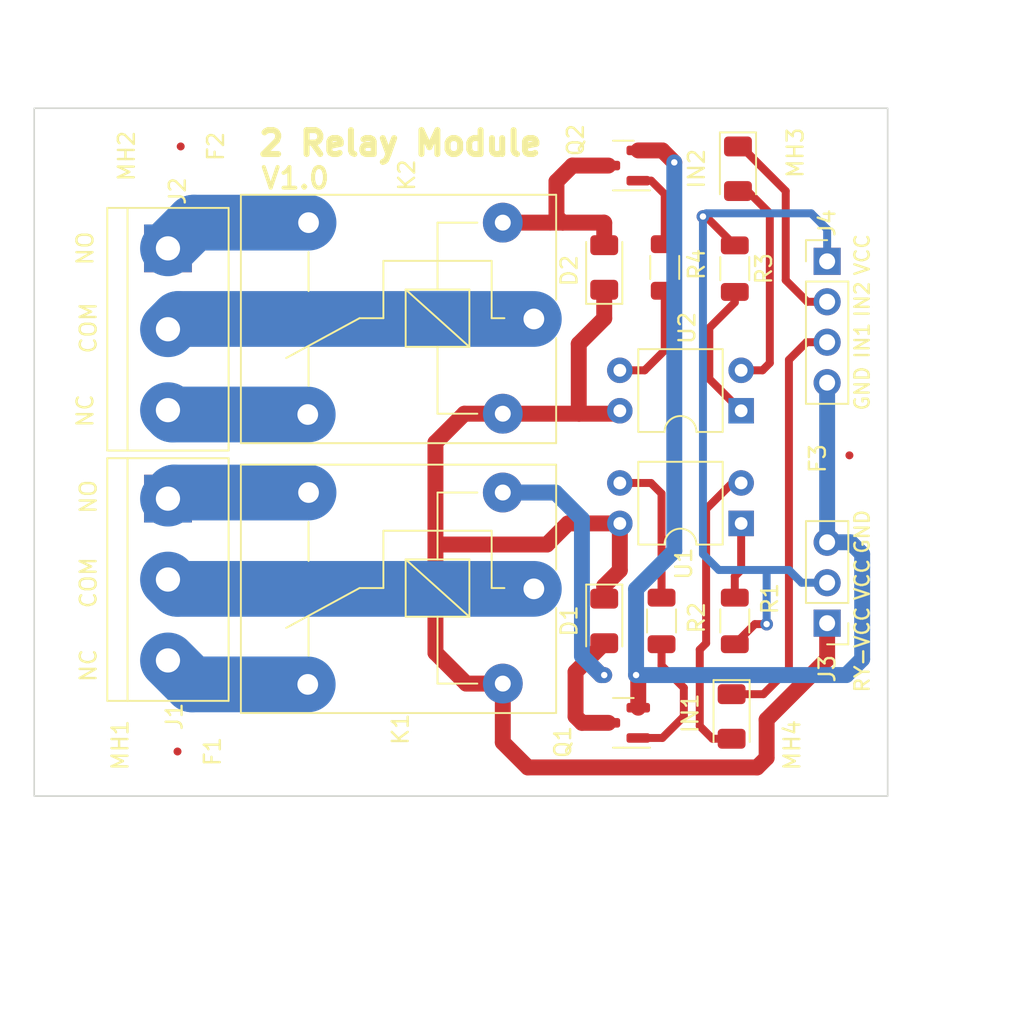
<source format=kicad_pcb>
(kicad_pcb (version 20211014) (generator pcbnew)
  (title_block (title "Replica de módulo de relay de 2 canales") (date "2022-07-30") (company "Diseño de Circuitos Impresos - Ing. Héctor RIZO"))
  (layers (0 "F.Cu" signal) (31 "B.Cu" signal) (34 "B.Paste" user) (35 "F.Paste" user) (36 "B.SilkS" user "B.Silkscreen") (37 "F.SilkS" user "F.Silkscreen") (38 "B.Mask" user) (39 "F.Mask" user) (44 "Edge.Cuts" user))
  (net 0 "")
  (net 1 "VCC")
  (net 2 "Net-(D1-Pad2)")
  (net 3 "Net-(D2-Pad2)")
  (net 4 "/IN1")
  (net 5 "Net-(IN1-Pad2)")
  (net 6 "/IN2")
  (net 7 "Net-(IN2-Pad2)")
  (net 8 "Net-(K1-Pad3)")
  (net 9 "Net-(J1-Pad2)")
  (net 10 "Net-(K1-Pad4)")
  (net 11 "Net-(K2-Pad3)")
  (net 12 "Net-(J2-Pad2)")
  (net 13 "Net-(K2-Pad4)")
  (net 14 "+5V")
  (net 15 "GND")
  (net 16 "Net-(Q1-Pad1)")
  (net 17 "Net-(Q2-Pad1)")
  (net 18 "Net-(R1-Pad2)")
  (net 19 "Net-(R2-Pad1)")
  (net 20 "Net-(R3-Pad2)")
  (net 21 "Net-(R4-Pad1)")
  (footprint "TerminalBlock:TerminalBlock_bornier-3_P5.08mm" (layer "F.Cu") (at 182 -1030.68 -90)
    (fp_text reference "J1" (at 13.68 -0.4 90) (layer "F.SilkS"))
    (fp_text value "Bornera")
    (fp_line (start -2.54 3.81) (end -2.54 -3.81) (layer "F.SilkS") (width 0.12))
    (fp_line (start -2.54 2.54) (end 12.7 2.54) (layer "F.SilkS") (width 0.12))
    (fp_line (start 12.7 3.81) (end 12.7 -3.81) (layer "F.SilkS") (width 0.12))
    (fp_line (start -2.54 -3.81) (end 12.7 -3.81) (layer "F.SilkS") (width 0.12))
    (fp_line (start -2.54 3.81) (end 12.7 3.81) (layer "F.SilkS") (width 0.12))
    (pad "1" thru_hole rect (at 0 0 270) (size 3 3) (drill 1.52) (layers *.Cu *.Mask) (net 8 "Net-(K1-Pad3)"))
    (pad "2" thru_hole circle (at 5.08 0 270) (size 3 3) (drill 1.52) (layers *.Cu *.Mask) (net 9 "Net-(J1-Pad2)"))
    (pad "3" thru_hole circle (at 10.16 0 270) (size 3 3) (drill 1.52) (layers *.Cu *.Mask) (net 10 "Net-(K1-Pad4)"))
  )
  (footprint "LED_SMD:LED_1206_3216Metric" (layer "F.Cu") (at 217.4 -1017 -90)
    (fp_text reference "IN1" (at -0.2 2.6 90) (layer "F.SilkS"))
    (fp_text value "LED ROJO SMD")
    (fp_line (start 1.6 -1.135) (end -2.285 -1.135) (layer "F.SilkS") (width 0.12))
    (fp_line (start -2.285 1.135) (end 1.6 1.135) (layer "F.SilkS") (width 0.12))
    (fp_line (start -2.285 -1.135) (end -2.285 1.135) (layer "F.SilkS") (width 0.12))
    (pad "1" smd roundrect (at -1.4 0 270) (size 1.25 1.75) (layers "F.Cu" "F.Paste" "F.Mask") (roundrect_rratio 0.2) (net 4 "/IN1"))
    (pad "2" smd roundrect (at 1.4 0 270) (size 1.25 1.75) (layers "F.Cu" "F.Paste" "F.Mask") (roundrect_rratio 0.2) (net 5 "Net-(IN1-Pad2)"))
  )
  (footprint "Package_DIP:DIP-4_W7.62mm" (layer "F.Cu") (at 218 -1036.2 180)
    (fp_text reference "U2" (at 3.4 5.2 90) (layer "F.SilkS"))
    (fp_text value "PC817")
    (fp_line (start 1.16 -1.33) (end 1.16 3.87) (layer "F.SilkS") (width 0.12))
    (fp_line (start 6.46 -1.33) (end 4.81 -1.33) (layer "F.SilkS") (width 0.12))
    (fp_line (start 1.16 3.87) (end 6.46 3.87) (layer "F.SilkS") (width 0.12))
    (fp_line (start 6.46 3.87) (end 6.46 -1.33) (layer "F.SilkS") (width 0.12))
    (fp_line (start 2.81 -1.33) (end 1.16 -1.33) (layer "F.SilkS") (width 0.12))
    (fp_arc (start 4.81 -1.33) (mid 3.81 -0.33) (end 2.81 -1.33) (layer "F.SilkS") (width 0.12))
    (pad "1" thru_hole rect (at 0 0 180) (size 1.6 1.6) (drill 0.8) (layers *.Cu *.Mask) (net 20 "Net-(R3-Pad2)"))
    (pad "2" thru_hole oval (at 0 2.54 180) (size 1.6 1.6) (drill 0.8) (layers *.Cu *.Mask) (net 7 "Net-(IN2-Pad2)"))
    (pad "3" thru_hole oval (at 7.62 2.54 180) (size 1.6 1.6) (drill 0.8) (layers *.Cu *.Mask) (net 21 "Net-(R4-Pad1)"))
    (pad "4" thru_hole oval (at 7.62 0 180) (size 1.6 1.6) (drill 0.8) (layers *.Cu *.Mask) (net 1 "VCC"))
  )
  (footprint "RELAY_SONGLE_THT:Relay_SPDT_SONGLE_SRD_Series_Form_C" (layer "F.Cu") (at 204.98 -1025.015 180)
    (fp_text reference "K1" (at 8.38 -8.815 90) (layer "F.SilkS"))
    (fp_text value "SONGLE_SRD_Form_C")
    (fp_line (start 10.95 0.05) (end 15.55 -2.45) (layer "F.SilkS") (width 0.12))
    (fp_line (start 4.05 -1.75) (end 8.05 -1.75) (layer "F.SilkS") (width 0.12))
    (fp_line (start -1.4 -7.8) (end 18.4 -7.8) (layer "F.SilkS") (width 0.12))
    (fp_line (start 18.4 7.8) (end -1.4 7.8) (layer "F.SilkS") (width 0.12))
    (fp_line (start 6.05 1.85) (end 6.05 6.05) (layer "F.SilkS") (width 0.12))
    (fp_line (start 14.15 4.2) (end 14.15 1.75) (layer "F.SilkS") (width 0.12))
    (fp_line (start 14.15 -4.2) (end 14.15 -1.7) (layer "F.SilkS") (width 0.12))
    (fp_line (start 9.45 0.05) (end 10.95 0.05) (layer "F.SilkS") (width 0.12))
    (fp_line (start 2.65 0.05) (end 2.65 3.65) (layer "F.SilkS") (width 0.12))
    (fp_line (start 9.45 3.65) (end 2.65 3.65) (layer "F.SilkS") (width 0.12))
    (fp_line (start -1.4 -7.8) (end -1.4 -1.2) (layer "F.SilkS") (width 0.12))
    (fp_line (start 2.65 0.05) (end 1.85 0.05) (layer "F.SilkS") (width 0.12))
    (fp_line (start 4.05 1.85) (end 4.05 -1.75) (layer "F.SilkS") (width 0.12))
    (fp_line (start 8.05 1.85) (end 4.05 1.85) (layer "F.SilkS") (width 0.12))
    (fp_line (start 9.45 0.05) (end 9.45 3.65) (layer "F.SilkS") (width 0.12))
    (fp_line (start 8.05 -1.75) (end 8.05 1.85) (layer "F.SilkS") (width 0.12))
    (fp_line (start 18.4 -7.8) (end 18.4 7.8) (layer "F.SilkS") (width 0.12))
    (fp_line (start -1.4 1.2) (end -1.4 7.8) (layer "F.SilkS") (width 0.12))
    (fp_line (start 8.05 1.85) (end 4.05 -1.75) (layer "F.SilkS") (width 0.12))
    (fp_line (start 6.05 -5.95) (end 3.55 -5.95) (layer "F.SilkS") (width 0.12))
    (fp_line (start 6.05 -5.95) (end 6.05 -1.75) (layer "F.SilkS") (width 0.12))
    (fp_line (start 3.55 6.05) (end 6.05 6.05) (layer "F.SilkS") (width 0.12))
    (pad "1" thru_hole circle (at 0 0 270) (size 3 3) (drill 1.3) (layers *.Cu *.Mask) (net 9 "Net-(J1-Pad2)"))
    (pad "2" thru_hole circle (at 1.95 6.05 270) (size 2.5 2.5) (drill 1) (layers *.Cu *.Mask) (net 2 "Net-(D1-Pad2)"))
    (pad "3" thru_hole circle (at 14.15 6.05 270) (size 3 3) (drill 1.3) (layers *.Cu *.Mask) (net 8 "Net-(K1-Pad3)"))
    (pad "4" thru_hole circle (at 14.2 -6 270) (size 3 3) (drill 1.3) (layers *.Cu *.Mask) (net 10 "Net-(K1-Pad4)"))
    (pad "5" thru_hole circle (at 1.95 -5.95 270) (size 2.5 2.5) (drill 1) (layers *.Cu *.Mask) (net 1 "VCC"))
  )
  (footprint "Package_DIP:DIP-4_W7.62mm" (layer "F.Cu") (at 218 -1029.125 180)
    (fp_text reference "U1" (at 3.6 -2.525 90) (layer "F.SilkS"))
    (fp_text value "PC817")
    (fp_line (start 1.16 -1.33) (end 1.16 3.87) (layer "F.SilkS") (width 0.12))
    (fp_line (start 6.46 3.87) (end 6.46 -1.33) (layer "F.SilkS") (width 0.12))
    (fp_line (start 2.81 -1.33) (end 1.16 -1.33) (layer "F.SilkS") (width 0.12))
    (fp_line (start 1.16 3.87) (end 6.46 3.87) (layer "F.SilkS") (width 0.12))
    (fp_line (start 6.46 -1.33) (end 4.81 -1.33) (layer "F.SilkS") (width 0.12))
    (fp_arc (start 4.81 -1.33) (mid 3.81 -0.33) (end 2.81 -1.33) (layer "F.SilkS") (width 0.12))
    (pad "1" thru_hole rect (at 0 0 180) (size 1.6 1.6) (drill 0.8) (layers *.Cu *.Mask) (net 18 "Net-(R1-Pad2)"))
    (pad "2" thru_hole oval (at 0 2.54 180) (size 1.6 1.6) (drill 0.8) (layers *.Cu *.Mask) (net 5 "Net-(IN1-Pad2)"))
    (pad "3" thru_hole oval (at 7.62 2.54 180) (size 1.6 1.6) (drill 0.8) (layers *.Cu *.Mask) (net 19 "Net-(R2-Pad1)"))
    (pad "4" thru_hole oval (at 7.62 0 180) (size 1.6 1.6) (drill 0.8) (layers *.Cu *.Mask) (net 1 "VCC"))
  )
  (footprint "Resistor_SMD:R_1206_3216Metric" (layer "F.Cu") (at 213.2 -1045.2 90)
    (fp_text reference "R4" (at 0.2 2 90) (layer "F.SilkS"))
    (fp_text value "510")
    (fp_line (start -0.727064 -0.91) (end 0.727064 -0.91) (layer "F.SilkS") (width 0.12))
    (fp_line (start -0.727064 0.91) (end 0.727064 0.91) (layer "F.SilkS") (width 0.12))
    (pad "1" smd roundrect (at -1.4625 0 90) (size 1.125 1.75) (layers "F.Cu" "F.Paste" "F.Mask") (roundrect_rratio 0.222222) (net 21 "Net-(R4-Pad1)"))
    (pad "2" smd roundrect (at 1.4625 0 90) (size 1.125 1.75) (layers "F.Cu" "F.Paste" "F.Mask") (roundrect_rratio 0.222222) (net 17 "Net-(Q2-Pad1)"))
  )
  (footprint "LED_SMD:LED_1206_3216Metric" (layer "F.Cu") (at 209.4 -1045.2 90)
    (fp_text reference "D2" (at -0.2 -2.2 90) (layer "F.SilkS"))
    (fp_text value "1N4148")
    (fp_line (start -2.285 -1.135) (end -2.285 1.135) (layer "F.SilkS") (width 0.12))
    (fp_line (start -2.285 1.135) (end 1.6 1.135) (layer "F.SilkS") (width 0.12))
    (fp_line (start 1.6 -1.135) (end -2.285 -1.135) (layer "F.SilkS") (width 0.12))
    (pad "1" smd roundrect (at -1.4 0 90) (size 1.25 1.75) (layers "F.Cu" "F.Paste" "F.Mask") (roundrect_rratio 0.2) (net 1 "VCC"))
    (pad "2" smd roundrect (at 1.4 0 90) (size 1.25 1.75) (layers "F.Cu" "F.Paste" "F.Mask") (roundrect_rratio 0.2) (net 3 "Net-(D2-Pad2)"))
  )
  (footprint "Package_TO_SOT_SMD:SOT-23" (layer "F.Cu") (at 210.6 -1051.6 180)
    (fp_text reference "Q2" (at 3 1.6 90) (layer "F.SilkS"))
    (fp_text value "S8050")
    (fp_line (start 0 1.56) (end -0.65 1.56) (layer "F.SilkS") (width 0.12))
    (fp_line (start 0 -1.56) (end -1.675 -1.56) (layer "F.SilkS") (width 0.12))
    (fp_line (start 0 1.56) (end 0.65 1.56) (layer "F.SilkS") (width 0.12))
    (fp_line (start 0 -1.56) (end 0.65 -1.56) (layer "F.SilkS") (width 0.12))
    (pad "1" smd roundrect (at -0.9375 -0.95 180) (size 1.475 0.6) (layers "F.Cu" "F.Paste" "F.Mask") (net 17 "Net-(Q2-Pad1)"))
    (pad "2" smd roundrect (at -0.9375 0.95 180) (size 1.475 0.6) (layers "F.Cu" "F.Paste" "F.Mask") (net 15 "GND"))
    (pad "3" smd roundrect (at 0.9375 0 180) (size 1.475 0.6) (layers "F.Cu" "F.Paste" "F.Mask") (net 3 "Net-(D2-Pad2)"))
  )
  (footprint "MountingHole:MountingHole_3.2mm_M3_ISO14580" (layer "F.Cu") (at 176.8 -1052.2)
    (fp_text reference "MH2" (at 2.6 0 90) (layer "F.SilkS"))
    (fp_text value "MountingHole")
    (pad "" np_thru_hole circle (at 0 0) (size 3.2 3.2) (drill 3.2) (layers *.Cu *.Mask))
  )
  (footprint "TerminalBlock:TerminalBlock_bornier-3_P5.08mm" (layer "F.Cu") (at 182 -1046.4 -90)
    (fp_text reference "J2" (at -3.6 -0.6 90) (layer "F.SilkS"))
    (fp_text value "Bornera")
    (fp_line (start 12.7 3.81) (end 12.7 -3.81) (layer "F.SilkS") (width 0.12))
    (fp_line (start -2.54 -3.81) (end 12.7 -3.81) (layer "F.SilkS") (width 0.12))
    (fp_line (start -2.54 2.54) (end 12.7 2.54) (layer "F.SilkS") (width 0.12))
    (fp_line (start -2.54 3.81) (end -2.54 -3.81) (layer "F.SilkS") (width 0.12))
    (fp_line (start -2.54 3.81) (end 12.7 3.81) (layer "F.SilkS") (width 0.12))
    (pad "1" thru_hole rect (at 0 0 270) (size 3 3) (drill 1.52) (layers *.Cu *.Mask) (net 11 "Net-(K2-Pad3)"))
    (pad "2" thru_hole circle (at 5.08 0 270) (size 3 3) (drill 1.52) (layers *.Cu *.Mask) (net 12 "Net-(J2-Pad2)"))
    (pad "3" thru_hole circle (at 10.16 0 270) (size 3 3) (drill 1.52) (layers *.Cu *.Mask) (net 13 "Net-(K2-Pad4)"))
  )
  (footprint "Resistor_SMD:R_1206_3216Metric" (layer "F.Cu") (at 217.6 -1023 90)
    (fp_text reference "R1" (at 1.4 2.2 90) (layer "F.SilkS"))
    (fp_text value "1 K")
    (fp_line (start -0.727064 -0.91) (end 0.727064 -0.91) (layer "F.SilkS") (width 0.12))
    (fp_line (start -0.727064 0.91) (end 0.727064 0.91) (layer "F.SilkS") (width 0.12))
    (pad "1" smd roundrect (at -1.4625 0 90) (size 1.125 1.75) (layers "F.Cu" "F.Paste" "F.Mask") (roundrect_rratio 0.222222) (net 14 "+5V"))
    (pad "2" smd roundrect (at 1.4625 0 90) (size 1.125 1.75) (layers "F.Cu" "F.Paste" "F.Mask") (roundrect_rratio 0.222222) (net 18 "Net-(R1-Pad2)"))
  )
  (footprint "Fiducial:Fiducial_0.5mm_Mask1.5mm" (layer "F.Cu") (at 182.8 -1052.8)
    (fp_text reference "F2" (at 2.2 0 90) (layer "F.SilkS"))
    (fp_text value "Fiducial")
    (pad "" smd circle (at 0 0) (size 0.5 0.5) (layers "F.Cu" "F.Mask") (clearance 0.5))
  )
  (footprint "Resistor_SMD:R_1206_3216Metric" (layer "F.Cu") (at 213 -1023 -90)
    (fp_text reference "R2" (at -0.2 -2.2 90) (layer "F.SilkS"))
    (fp_text value "510")
    (fp_line (start -0.727064 0.91) (end 0.727064 0.91) (layer "F.SilkS") (width 0.12))
    (fp_line (start -0.727064 -0.91) (end 0.727064 -0.91) (layer "F.SilkS") (width 0.12))
    (pad "1" smd roundrect (at -1.4625 0 270) (size 1.125 1.75) (layers "F.Cu" "F.Paste" "F.Mask") (roundrect_rratio 0.222222) (net 19 "Net-(R2-Pad1)"))
    (pad "2" smd roundrect (at 1.4625 0 270) (size 1.125 1.75) (layers "F.Cu" "F.Paste" "F.Mask") (roundrect_rratio 0.222222) (net 16 "Net-(Q1-Pad1)"))
  )
  (footprint "RELAY_SONGLE_THT:Relay_SPDT_SONGLE_SRD_Series_Form_C" (layer "F.Cu") (at 204.98 -1041.965 180)
    (fp_text reference "K2" (at 7.98 9.035 90) (layer "F.SilkS"))
    (fp_text value "SONGLE_SRD_Form_C")
    (fp_line (start 3.55 6.05) (end 6.05 6.05) (layer "F.SilkS") (width 0.12))
    (fp_line (start 6.05 -5.95) (end 6.05 -1.75) (layer "F.SilkS") (width 0.12))
    (fp_line (start 2.65 0.05) (end 2.65 3.65) (layer "F.SilkS") (width 0.12))
    (fp_line (start 9.45 0.05) (end 9.45 3.65) (layer "F.SilkS") (width 0.12))
    (fp_line (start 8.05 1.85) (end 4.05 -1.75) (layer "F.SilkS") (width 0.12))
    (fp_line (start 4.05 -1.75) (end 8.05 -1.75) (layer "F.SilkS") (width 0.12))
    (fp_line (start 9.45 3.65) (end 2.65 3.65) (layer "F.SilkS") (width 0.12))
    (fp_line (start 6.05 -5.95) (end 3.55 -5.95) (layer "F.SilkS") (width 0.12))
    (fp_line (start -1.4 1.2) (end -1.4 7.8) (layer "F.SilkS") (width 0.12))
    (fp_line (start 14.15 -4.2) (end 14.15 -1.7) (layer "F.SilkS") (width 0.12))
    (fp_line (start 4.05 1.85) (end 4.05 -1.75) (layer "F.SilkS") (width 0.12))
    (fp_line (start 8.05 1.85) (end 4.05 1.85) (layer "F.SilkS") (width 0.12))
    (fp_line (start 2.65 0.05) (end 1.85 0.05) (layer "F.SilkS") (width 0.12))
    (fp_line (start 18.4 -7.8) (end 18.4 7.8) (layer "F.SilkS") (width 0.12))
    (fp_line (start 8.05 -1.75) (end 8.05 1.85) (layer "F.SilkS") (width 0.12))
    (fp_line (start -1.4 -7.8) (end 18.4 -7.8) (layer "F.SilkS") (width 0.12))
    (fp_line (start 14.15 4.2) (end 14.15 1.75) (layer "F.SilkS") (width 0.12))
    (fp_line (start 10.95 0.05) (end 15.55 -2.45) (layer "F.SilkS") (width 0.12))
    (fp_line (start 18.4 7.8) (end -1.4 7.8) (layer "F.SilkS") (width 0.12))
    (fp_line (start 9.45 0.05) (end 10.95 0.05) (layer "F.SilkS") (width 0.12))
    (fp_line (start 6.05 1.85) (end 6.05 6.05) (layer "F.SilkS") (width 0.12))
    (fp_line (start -1.4 -7.8) (end -1.4 -1.2) (layer "F.SilkS") (width 0.12))
    (pad "1" thru_hole circle (at 0 0 270) (size 3 3) (drill 1.3) (layers *.Cu *.Mask) (net 12 "Net-(J2-Pad2)"))
    (pad "2" thru_hole circle (at 1.95 6.05 270) (size 2.5 2.5) (drill 1) (layers *.Cu *.Mask) (net 3 "Net-(D2-Pad2)"))
    (pad "3" thru_hole circle (at 14.15 6.05 270) (size 3 3) (drill 1.3) (layers *.Cu *.Mask) (net 11 "Net-(K2-Pad3)"))
    (pad "4" thru_hole circle (at 14.2 -6 270) (size 3 3) (drill 1.3) (layers *.Cu *.Mask) (net 13 "Net-(K2-Pad4)"))
    (pad "5" thru_hole circle (at 1.95 -5.95 270) (size 2.5 2.5) (drill 1) (layers *.Cu *.Mask) (net 1 "VCC"))
  )
  (footprint "Fiducial:Fiducial_0.5mm_Mask1.5mm" (layer "F.Cu") (at 182.6 -1014.8)
    (fp_text reference "F1" (at 2.2 0 90) (layer "F.SilkS"))
    (fp_text value "Fiducial")
    (pad "" smd circle (at 0 0) (size 0.5 0.5) (layers "F.Cu" "F.Mask") (clearance 0.5))
  )
  (footprint "MountingHole:MountingHole_3.2mm_M3_ISO14580" (layer "F.Cu") (at 223.8 -1015.26)
    (fp_text reference "MH4" (at -2.6 0.06 90) (layer "F.SilkS"))
    (fp_text value "MountingHole")
    (pad "" np_thru_hole circle (at 0 0) (size 3.2 3.2) (drill 3.2) (layers *.Cu *.Mask))
  )
  (footprint "LED_SMD:LED_1206_3216Metric" (layer "F.Cu") (at 209.4 -1023 -90)
    (fp_text reference "D1" (at 0 2.2 90) (layer "F.SilkS"))
    (fp_text value "1N4148")
    (fp_line (start -2.285 -1.135) (end -2.285 1.135) (layer "F.SilkS") (width 0.12))
    (fp_line (start -2.285 1.135) (end 1.6 1.135) (layer "F.SilkS") (width 0.12))
    (fp_line (start 1.6 -1.135) (end -2.285 -1.135) (layer "F.SilkS") (width 0.12))
    (pad "1" smd roundrect (at -1.4 0 270) (size 1.25 1.75) (layers "F.Cu" "F.Paste" "F.Mask") (roundrect_rratio 0.2) (net 1 "VCC"))
    (pad "2" smd roundrect (at 1.4 0 270) (size 1.25 1.75) (layers "F.Cu" "F.Paste" "F.Mask") (roundrect_rratio 0.2) (net 2 "Net-(D1-Pad2)"))
  )
  (footprint "Fiducial:Fiducial_0.5mm_Mask1.5mm" (layer "F.Cu") (at 224.8 -1033.4)
    (fp_text reference "F3" (at -2 0.2 90) (layer "F.SilkS"))
    (fp_text value "Fiducial")
    (pad "" smd circle (at 0 0) (size 0.5 0.5) (layers "F.Cu" "F.Mask") (clearance 0.5))
  )
  (footprint "Connector_PinHeader_2.54mm:PinHeader_1x03_P2.54mm_Vertical" (layer "F.Cu") (at 223.4 -1022.86 180)
    (fp_text reference "J3" (at 0 -2.86 90) (layer "F.SilkS"))
    (fp_text value "Tiras de pines macho")
    (fp_line (start -1.33 6.41) (end 1.33 6.41) (layer "F.SilkS") (width 0.12))
    (fp_line (start -1.33 -1.33) (end 0 -1.33) (layer "F.SilkS") (width 0.12))
    (fp_line (start 1.33 1.27) (end 1.33 6.41) (layer "F.SilkS") (width 0.12))
    (fp_line (start -1.33 0) (end -1.33 -1.33) (layer "F.SilkS") (width 0.12))
    (fp_line (start -1.33 1.27) (end 1.33 1.27) (layer "F.SilkS") (width 0.12))
    (fp_line (start -1.33 1.27) (end -1.33 6.41) (layer "F.SilkS") (width 0.12))
    (pad "1" thru_hole rect (at 0 0 180) (size 1.7 1.7) (drill 1) (layers *.Cu *.Mask) (net 1 "VCC"))
    (pad "2" thru_hole oval (at 0 2.54 180) (size 1.7 1.7) (drill 1) (layers *.Cu *.Mask) (net 14 "+5V"))
    (pad "3" thru_hole oval (at 0 5.08 180) (size 1.7 1.7) (drill 1) (layers *.Cu *.Mask) (net 15 "GND"))
  )
  (footprint "MountingHole:MountingHole_3.2mm_M3_ISO14580" (layer "F.Cu") (at 176.6 -1015)
    (fp_text reference "MH1" (at 2.4 -0.2 90) (layer "F.SilkS"))
    (fp_text value "MountingHole")
    (pad "" np_thru_hole circle (at 0 0) (size 3.2 3.2) (drill 3.2) (layers *.Cu *.Mask))
  )
  (footprint "Connector_PinHeader_2.54mm:PinHeader_1x04_P2.54mm_Vertical" (layer "F.Cu") (at 223.4 -1045.585)
    (fp_text reference "J4" (at 0 -2.415 90) (layer "F.SilkS"))
    (fp_text value "Tira de pines macho")
    (fp_line (start -1.33 -1.33) (end 0 -1.33) (layer "F.SilkS") (width 0.12))
    (fp_line (start -1.33 8.95) (end 1.33 8.95) (layer "F.SilkS") (width 0.12))
    (fp_line (start -1.33 1.27) (end -1.33 8.95) (layer "F.SilkS") (width 0.12))
    (fp_line (start -1.33 1.27) (end 1.33 1.27) (layer "F.SilkS") (width 0.12))
    (fp_line (start -1.33 0) (end -1.33 -1.33) (layer "F.SilkS") (width 0.12))
    (fp_line (start 1.33 1.27) (end 1.33 8.95) (layer "F.SilkS") (width 0.12))
    (pad "1" thru_hole rect (at 0 0) (size 1.7 1.7) (drill 1) (layers *.Cu *.Mask) (net 14 "+5V"))
    (pad "2" thru_hole oval (at 0 2.54) (size 1.7 1.7) (drill 1) (layers *.Cu *.Mask) (net 6 "/IN2"))
    (pad "3" thru_hole oval (at 0 5.08) (size 1.7 1.7) (drill 1) (layers *.Cu *.Mask) (net 4 "/IN1"))
    (pad "4" thru_hole oval (at 0 7.62) (size 1.7 1.7) (drill 1) (layers *.Cu *.Mask) (net 15 "GND"))
  )
  (footprint "Package_TO_SOT_SMD:SOT-23" (layer "F.Cu") (at 210.6 -1016.6 180)
    (fp_text reference "Q1" (at 3.8 -1.2 90) (layer "F.SilkS"))
    (fp_text value "S8050")
    (fp_line (start 0 -1.56) (end 0.65 -1.56) (layer "F.SilkS") (width 0.12))
    (fp_line (start 0 1.56) (end 0.65 1.56) (layer "F.SilkS") (width 0.12))
    (fp_line (start 0 -1.56) (end -1.675 -1.56) (layer "F.SilkS") (width 0.12))
    (fp_line (start 0 1.56) (end -0.65 1.56) (layer "F.SilkS") (width 0.12))
    (pad "1" smd roundrect (at -0.9375 -0.95 180) (size 1.475 0.6) (layers "F.Cu" "F.Paste" "F.Mask") (net 16 "Net-(Q1-Pad1)"))
    (pad "2" smd roundrect (at -0.9375 0.95 180) (size 1.475 0.6) (layers "F.Cu" "F.Paste" "F.Mask") (net 15 "GND"))
    (pad "3" smd roundrect (at 0.9375 0 180) (size 1.475 0.6) (layers "F.Cu" "F.Paste" "F.Mask") (net 2 "Net-(D1-Pad2)"))
  )
  (footprint "MountingHole:MountingHole_3.2mm_M3_ISO14580" (layer "F.Cu") (at 223.8 -1052.06)
    (fp_text reference "MH3" (at -2.4 -0.34 90) (layer "F.SilkS"))
    (fp_text value "MountingHole")
    (pad "" np_thru_hole circle (at 0 0) (size 3.2 3.2) (drill 3.2) (layers *.Cu *.Mask))
  )
  (footprint "LED_SMD:LED_1206_3216Metric" (layer "F.Cu") (at 217.8 -1051.4 -90)
    (fp_text reference "IN2" (at 0 2.6 90) (layer "F.SilkS"))
    (fp_text value "LED ROJO SMD")
    (fp_line (start 1.6 -1.135) (end -2.285 -1.135) (layer "F.SilkS") (width 0.12))
    (fp_line (start -2.285 -1.135) (end -2.285 1.135) (layer "F.SilkS") (width 0.12))
    (fp_line (start -2.285 1.135) (end 1.6 1.135) (layer "F.SilkS") (width 0.12))
    (pad "1" smd roundrect (at -1.4 0 270) (size 1.25 1.75) (layers "F.Cu" "F.Paste" "F.Mask") (roundrect_rratio 0.2) (net 6 "/IN2"))
    (pad "2" smd roundrect (at 1.4 0 270) (size 1.25 1.75) (layers "F.Cu" "F.Paste" "F.Mask") (roundrect_rratio 0.2) (net 7 "Net-(IN2-Pad2)"))
  )
  (footprint "Resistor_SMD:R_1206_3216Metric" (layer "F.Cu") (at 217.6 -1045.125 -90)
    (fp_text reference "R3" (at 0 -1.82 90) (layer "F.SilkS"))
    (fp_text value "1 K")
    (fp_line (start -0.727064 -0.91) (end 0.727064 -0.91) (layer "F.SilkS") (width 0.12))
    (fp_line (start -0.727064 0.91) (end 0.727064 0.91) (layer "F.SilkS") (width 0.12))
    (pad "1" smd roundrect (at -1.4625 0 270) (size 1.125 1.75) (layers "F.Cu" "F.Paste" "F.Mask") (roundrect_rratio 0.222222) (net 14 "+5V"))
    (pad "2" smd roundrect (at 1.4625 0 270) (size 1.125 1.75) (layers "F.Cu" "F.Paste" "F.Mask") (roundrect_rratio 0.222222) (net 20 "Net-(R3-Pad2)"))
  )
  (gr_rect (start 173.6 -1055.2) (end 227.2 -1012) (layer "Edge.Cuts") (width 0.1) (fill none))
  (gr_text "2 Relay Module" (at 196.6 -1053) (layer "F.SilkS") (effects (font (size 1.5 1.5) (thickness 0.375))))
  (gr_text "VCC" (at 225.6 -1025.6 90) (layer "F.SilkS") (effects (font (size 0.9 0.9))))
  (gr_text "GND\n" (at 225.6 -1028.6 90) (layer "F.SilkS") (effects (font (size 0.9 0.9))))
  (gr_text "GND" (at 225.6 -1037.6 90) (layer "F.SilkS") (effects (font (size 0.9 0.9))))
  (gr_text "IN2" (at 225.6 -1043.2 90) (layer "F.SilkS") (effects (font (size 0.9 0.9))))
  (gr_text "VCC" (at 225.6 -1046 90) (layer "F.SilkS") (effects (font (size 0.9 0.9))))
  (gr_text "V1.0" (at 190 -1050.8) (layer "F.SilkS") (effects (font (size 1.3 1.3) (thickness 0.25))))
  (gr_text "NO" (at 176.8 -1046.4 90) (layer "F.SilkS") (effects (font (size 1 1))))
  (gr_text "NO" (at 177 -1030.8 90) (layer "F.SilkS") (effects (font (size 1 1))))
  (gr_text "COM" (at 177 -1041.4 90) (layer "F.SilkS") (effects (font (size 1 1))))
  (gr_text "RY-VCC" (at 225.6 -1021.2 90) (layer "F.SilkS") (effects (font (size 0.9 0.9))))
  (gr_text "COM" (at 177 -1025.4 90) (layer "F.SilkS") (effects (font (size 1 1))))
  (gr_text "IN1" (at 225.6 -1040.6 90) (layer "F.SilkS") (effects (font (size 0.9 0.9))))
  (gr_text "NC" (at 177 -1020.2 90) (layer "F.SilkS") (effects (font (size 1 1))))
  (gr_text "NC" (at 176.8 -1036.2 90) (layer "F.SilkS") (effects (font (size 1 1))))
  (segment (start 209.4 -1043.8) (end 209.4 -1042) (width 1) (layer "F.Cu") (net 1))
  (segment (start 207.8 -1040.4) (end 207.8 -1036.03) (width 1) (layer "F.Cu") (net 1))
  (segment (start 223.4 -1020.6) (end 219.6 -1016.8) (width 1) (layer "F.Cu") (net 1))
  (segment (start 223.4 -1022.86) (end 223.4 -1020.6) (width 1) (layer "F.Cu") (net 1))
  (segment (start 209.4 -1025.2) (end 210.38 -1026.18) (width 1) (layer "F.Cu") (net 1))
  (segment (start 209.4 -1042) (end 207.8 -1040.4) (width 1) (layer "F.Cu") (net 1))
  (segment (start 210.195 -1036.015) (end 210.38 -1036.2) (width 1) (layer "F.Cu") (net 1))
  (segment (start 203.03 -1036.015) (end 200.615 -1036.015) (width 1) (layer "F.Cu") (net 1))
  (segment (start 204.6 -1013.8) (end 203.03 -1015.37) (width 1) (layer "F.Cu") (net 1))
  (segment (start 207.815 -1036.015) (end 210.195 -1036.015) (width 1) (layer "F.Cu") (net 1))
  (segment (start 198.8 -1021) (end 200.735 -1019.065) (width 1) (layer "F.Cu") (net 1))
  (segment (start 209.4 -1024.4) (end 209.4 -1025.2) (width 1) (layer "F.Cu") (net 1))
  (segment (start 207.125 -1029.125) (end 205.8 -1027.8) (width 1) (layer "F.Cu") (net 1))
  (segment (start 198.8 -1027.8) (end 198.8 -1021) (width 1) (layer "F.Cu") (net 1))
  (segment (start 219.6 -1014.4) (end 219 -1013.8) (width 1) (layer "F.Cu") (net 1))
  (segment (start 207.8 -1036.03) (end 207.815 -1036.015) (width 1) (layer "F.Cu") (net 1))
  (segment (start 210.38 -1026.18) (end 210.38 -1029.125) (width 1) (layer "F.Cu") (net 1))
  (segment (start 205.8 -1027.8) (end 198.8 -1027.8) (width 1) (layer "F.Cu") (net 1))
  (segment (start 203.03 -1015.37) (end 203.03 -1019.065) (width 1) (layer "F.Cu") (net 1))
  (segment (start 200.615 -1036.015) (end 198.8 -1034.2) (width 1) (layer "F.Cu") (net 1))
  (segment (start 200.735 -1019.065) (end 203.03 -1019.065) (width 1) (layer "F.Cu") (net 1))
  (segment (start 203.03 -1036.015) (end 207.815 -1036.015) (width 1) (layer "F.Cu") (net 1))
  (segment (start 198.8 -1034.2) (end 198.8 -1027.8) (width 1) (layer "F.Cu") (net 1))
  (segment (start 219.6 -1016.8) (end 219.6 -1014.4) (width 1) (layer "F.Cu") (net 1))
  (segment (start 210.38 -1029.125) (end 207.125 -1029.125) (width 1) (layer "F.Cu") (net 1))
  (segment (start 219 -1013.8) (end 204.6 -1013.8) (width 1) (layer "F.Cu") (net 1))
  (segment (start 208.3 -1020.5) (end 209.4 -1021.6) (width 1) (layer "F.Cu") (net 2))
  (segment (start 209.4 -1019.6) (end 209.2 -1019.6) (width 1) (layer "F.Cu") (net 2))
  (segment (start 209.6625 -1016.6) (end 208 -1016.6) (width 1) (layer "F.Cu") (net 2))
  (segment (start 209.2 -1019.6) (end 208.3 -1020.5) (width 1) (layer "F.Cu") (net 2))
  (segment (start 208 -1016.6) (end 207.6 -1017) (width 1) (layer "F.Cu") (net 2))
  (segment (start 207.6 -1017) (end 207.6 -1019.8) (width 1) (layer "F.Cu") (net 2))
  (segment (start 207.6 -1019.8) (end 208.3 -1020.5) (width 1) (layer "F.Cu") (net 2))
  (via (at 209.4 -1019.6) (size 0.8) (drill 0.4) (layers "F.Cu" "B.Cu") (net 2))
  (segment (start 209.2 -1019.6) (end 209.4 -1019.6) (width 1) (layer "B.Cu") (net 2))
  (segment (start 206.335 -1031.065) (end 208 -1029.4) (width 1) (layer "B.Cu") (net 2))
  (segment (start 208 -1029.4) (end 208 -1020.8) (width 1) (layer "B.Cu") (net 2))
  (segment (start 203.03 -1031.065) (end 206.335 -1031.065) (width 1) (layer "B.Cu") (net 2))
  (segment (start 208 -1020.8) (end 209.2 -1019.6) (width 1) (layer "B.Cu") (net 2))
  (segment (start 206.785 -1048.015) (end 206.015 -1048.015) (width 1) (layer "F.Cu") (net 3))
  (segment (start 206.015 -1048.015) (end 203.03 -1048.015) (width 1) (layer "F.Cu") (net 3))
  (segment (start 209.385 -1048.015) (end 206.815 -1048.015) (width 1) (layer "F.Cu") (net 3))
  (segment (start 206.4 -1048.4) (end 206.785 -1048.015) (width 1) (layer "F.Cu") (net 3))
  (segment (start 209.4 -1048) (end 209.385 -1048.015) (width 1) (layer "F.Cu") (net 3))
  (segment (start 206.4 -1050.6) (end 206.4 -1048.4) (width 1) (layer "F.Cu") (net 3))
  (segment (start 206.815 -1048.015) (end 206.785 -1048.015) (width 1) (layer "F.Cu") (net 3))
  (segment (start 209.4 -1046.6) (end 209.4 -1048) (width 1) (layer "F.Cu") (net 3))
  (segment (start 209.6625 -1051.6) (end 207.4 -1051.6) (width 1) (layer "F.Cu") (net 3))
  (segment (start 207.4 -1051.6) (end 206.4 -1050.6) (width 1) (layer "F.Cu") (net 3))
  (segment (start 221 -1020) (end 219.4 -1018.4) (width 0.5) (layer "F.Cu") (net 4))
  (segment (start 221 -1039.4) (end 221 -1020) (width 0.5) (layer "F.Cu") (net 4))
  (segment (start 222.105 -1040.505) (end 221 -1039.4) (width 0.5) (layer "F.Cu") (net 4))
  (segment (start 223.4 -1040.505) (end 222.105 -1040.505) (width 0.5) (layer "F.Cu") (net 4))
  (segment (start 219.4 -1018.4) (end 217.4 -1018.4) (width 0.5) (layer "F.Cu") (net 4))
  (segment (start 215.8 -1030.025) (end 217.44 -1031.665) (width 0.5) (layer "F.Cu") (net 5))
  (segment (start 215.4 -1016.4) (end 215.4 -1021.2) (width 0.5) (layer "F.Cu") (net 5))
  (segment (start 215.8 -1021.6) (end 215.8 -1030.025) (width 0.5) (layer "F.Cu") (net 5))
  (segment (start 217.4 -1015.6) (end 216.2 -1015.6) (width 0.5) (layer "F.Cu") (net 5))
  (segment (start 217.44 -1031.665) (end 218 -1031.665) (width 0.5) (layer "F.Cu") (net 5))
  (segment (start 216.2 -1015.6) (end 215.4 -1016.4) (width 0.5) (layer "F.Cu") (net 5))
  (segment (start 215.4 -1021.2) (end 215.8 -1021.6) (width 0.5) (layer "F.Cu") (net 5))
  (segment (start 223.4 -1043.045) (end 222.155 -1043.045) (width 0.5) (layer "F.Cu") (net 6))
  (segment (start 220.8 -1050) (end 218 -1052.8) (width 0.5) (layer "F.Cu") (net 6))
  (segment (start 218 -1052.8) (end 217.8 -1052.8) (width 0.5) (layer "F.Cu") (net 6))
  (segment (start 222.155 -1043.045) (end 220.8 -1044.4) (width 0.5) (layer "F.Cu") (net 6))
  (segment (start 220.8 -1044.4) (end 220.8 -1050) (width 0.5) (layer "F.Cu") (net 6))
  (segment (start 219.8 -1039.2) (end 219.8 -1048.6) (width 0.5) (layer "F.Cu") (net 7))
  (segment (start 219.34 -1038.74) (end 219.8 -1039.2) (width 0.5) (layer "F.Cu") (net 7))
  (segment (start 218.4 -1050) (end 217.8 -1050) (width 0.5) (layer "F.Cu") (net 7))
  (segment (start 219.8 -1048.6) (end 218.4 -1050) (width 0.5) (layer "F.Cu") (net 7))
  (segment (start 218 -1038.74) (end 219.34 -1038.74) (width 0.5) (layer "F.Cu") (net 7))
  (segment (start 182.385 -1031.065) (end 182 -1030.68) (width 3.5) (layer "B.Cu") (net 8))
  (segment (start 190.83 -1031.065) (end 182.385 -1031.065) (width 3.5) (layer "B.Cu") (net 8))
  (segment (start 204.98 -1025.015) (end 182.585 -1025.015) (width 3.5) (layer "B.Cu") (net 9))
  (segment (start 182.585 -1025.015) (end 182 -1025.6) (width 3.5) (layer "B.Cu") (net 9))
  (segment (start 190.78 -1019.015) (end 183.505 -1019.015) (width 3.5) (layer "B.Cu") (net 10))
  (segment (start 183.505 -1019.015) (end 182 -1020.52) (width 3.5) (layer "B.Cu") (net 10))
  (segment (start 183.615 -1048.015) (end 182 -1046.4) (width 3.5) (layer "B.Cu") (net 11))
  (segment (start 190.83 -1048.015) (end 183.615 -1048.015) (width 3.5) (layer "B.Cu") (net 11))
  (segment (start 204.98 -1041.965) (end 182.645 -1041.965) (width 3.5) (layer "B.Cu") (net 12))
  (segment (start 182.645 -1041.965) (end 182 -1041.32) (width 3.5) (layer "B.Cu") (net 12))
  (segment (start 182.275 -1035.965) (end 182 -1036.24) (width 3.5) (layer "B.Cu") (net 13))
  (segment (start 190.78 -1035.965) (end 182.275 -1035.965) (width 3.5) (layer "B.Cu") (net 13))
  (segment (start 215.6 -1048.4) (end 215.7875 -1048.4) (width 0.5) (layer "F.Cu") (net 14))
  (segment (start 218.8625 -1022.8) (end 217.6 -1021.5375) (width 0.5) (layer "F.Cu") (net 14))
  (segment (start 219.6 -1022.8) (end 218.8625 -1022.8) (width 0.5) (layer "F.Cu") (net 14))
  (segment (start 215.7875 -1048.4) (end 217.6 -1046.5875) (width 0.5) (layer "F.Cu") (net 14))
  (via (at 219.6 -1022.8) (size 0.8) (drill 0.4) (layers "F.Cu" "B.Cu") (net 14))
  (via (at 215.6 -1048.4) (size 0.8) (drill 0.4) (layers "F.Cu" "B.Cu") (net 14))
  (segment (start 215.8 -1048.6) (end 215.6 -1048.4) (width 0.5) (layer "B.Cu") (net 14))
  (segment (start 221.8 -1025.4) (end 221 -1026.2) (width 0.5) (layer "B.Cu") (net 14))
  (segment (start 222.4 -1048.6) (end 215.8 -1048.6) (width 0.5) (layer "B.Cu") (net 14))
  (segment (start 223.4 -1045.585) (end 223.4 -1047.6) (width 0.5) (layer "B.Cu") (net 14))
  (segment (start 215.6 -1048.4) (end 215.6 -1027.2) (width 0.5) (layer "B.Cu") (net 14))
  (segment (start 223.4 -1025.4) (end 221.8 -1025.4) (width 0.5) (layer "B.Cu") (net 14))
  (segment (start 221 -1026.2) (end 219.6 -1026.2) (width 0.5) (layer "B.Cu") (net 14))
  (segment (start 223.4 -1047.6) (end 222.4 -1048.6) (width 0.5) (layer "B.Cu") (net 14))
  (segment (start 219.6 -1026.2) (end 219.6 -1022.8) (width 0.5) (layer "B.Cu") (net 14))
  (segment (start 215.6 -1027.2) (end 216.6 -1026.2) (width 0.5) (layer "B.Cu") (net 14))
  (segment (start 216.6 -1026.2) (end 219.6 -1026.2) (width 0.5) (layer "B.Cu") (net 14))
  (segment (start 211.5375 -1019.4625) (end 211.4 -1019.6) (width 1) (layer "F.Cu") (net 15))
  (segment (start 213.05 -1052.55) (end 211.5375 -1052.55) (width 1) (layer "F.Cu") (net 15))
  (segment (start 211.5375 -1017.55) (end 211.5375 -1019.4625) (width 1) (layer "F.Cu") (net 15))
  (segment (start 213.8 -1051.8) (end 213.05 -1052.55) (width 1) (layer "F.Cu") (net 15))
  (via (at 213.8 -1051.8) (size 0.8) (drill 0.4) (layers "F.Cu" "B.Cu") (net 15))
  (via (at 211.4 -1019.6) (size 0.8) (drill 0.4) (layers "F.Cu" "B.Cu") (net 15))
  (segment (start 224.86 -1027.94) (end 225.6 -1027.2) (width 1) (layer "B.Cu") (net 15))
  (segment (start 224.6 -1019.6) (end 211.4 -1019.6) (width 1) (layer "B.Cu") (net 15))
  (segment (start 211.4 -1025) (end 213.8 -1027.4) (width 1) (layer "B.Cu") (net 15))
  (segment (start 225.6 -1020.6) (end 224.6 -1019.6) (width 1) (layer "B.Cu") (net 15))
  (segment (start 223.4 -1027.94) (end 224.86 -1027.94) (width 1) (layer "B.Cu") (net 15))
  (segment (start 225.6 -1027.2) (end 225.6 -1020.6) (width 1) (layer "B.Cu") (net 15))
  (segment (start 211.4 -1019.6) (end 211.4 -1025) (width 1) (layer "B.Cu") (net 15))
  (segment (start 223.4 -1037.965) (end 223.4 -1027.94) (width 1) (layer "B.Cu") (net 15))
  (segment (start 213.8 -1027.4) (end 213.8 -1051.8) (width 1) (layer "B.Cu") (net 15))
  (segment (start 213.05 -1015.65) (end 211.5375 -1015.65) (width 0.5) (layer "F.Cu") (net 16))
  (segment (start 213 -1021.5375) (end 213 -1020.2) (width 0.5) (layer "F.Cu") (net 16))
  (segment (start 213 -1020.2) (end 214.4 -1018.8) (width 0.5) (layer "F.Cu") (net 16))
  (segment (start 214.4 -1017) (end 213.05 -1015.65) (width 0.5) (layer "F.Cu") (net 16))
  (segment (start 214.4 -1018.8) (end 214.4 -1017) (width 0.5) (layer "F.Cu") (net 16))
  (segment (start 211.5375 -1050.65) (end 212.35 -1050.65) (width 0.5) (layer "F.Cu") (net 17))
  (segment (start 213.2 -1049.8) (end 213.2 -1046.6625) (width 0.5) (layer "F.Cu") (net 17))
  (segment (start 212.35 -1050.65) (end 213.2 -1049.8) (width 0.5) (layer "F.Cu") (net 17))
  (segment (start 217.6 -1025.8) (end 218 -1026.2) (width 0.5) (layer "F.Cu") (net 18))
  (segment (start 217.6 -1024.4625) (end 217.6 -1025.8) (width 0.5) (layer "F.Cu") (net 18))
  (segment (start 218 -1026.2) (end 218 -1029.125) (width 0.5) (layer "F.Cu") (net 18))
  (segment (start 213 -1031) (end 213 -1024.4625) (width 0.5) (layer "F.Cu") (net 19))
  (segment (start 212.335 -1031.665) (end 213 -1031) (width 0.5) (layer "F.Cu") (net 19))
  (segment (start 210.38 -1031.665) (end 212.335 -1031.665) (width 0.5) (layer "F.Cu") (net 19))
  (segment (start 216 -1038.2) (end 218 -1036.2) (width 0.5) (layer "F.Cu") (net 20))
  (segment (start 216 -1041.4) (end 216 -1038.2) (width 0.5) (layer "F.Cu") (net 20))
  (segment (start 217.6 -1043) (end 217.6 -1043.6625) (width 0.5) (layer "F.Cu") (net 20))
  (segment (start 216 -1041.4) (end 217.6 -1043) (width 0.5) (layer "F.Cu") (net 20))
  (segment (start 210.38 -1038.74) (end 211.94 -1038.74) (width 0.5) (layer "F.Cu") (net 21))
  (segment (start 213.2 -1040) (end 213.2 -1043.7375) (width 0.5) (layer "F.Cu") (net 21))
  (segment (start 211.94 -1038.74) (end 213.2 -1040) (width 0.5) (layer "F.Cu") (net 21))
)
</source>
